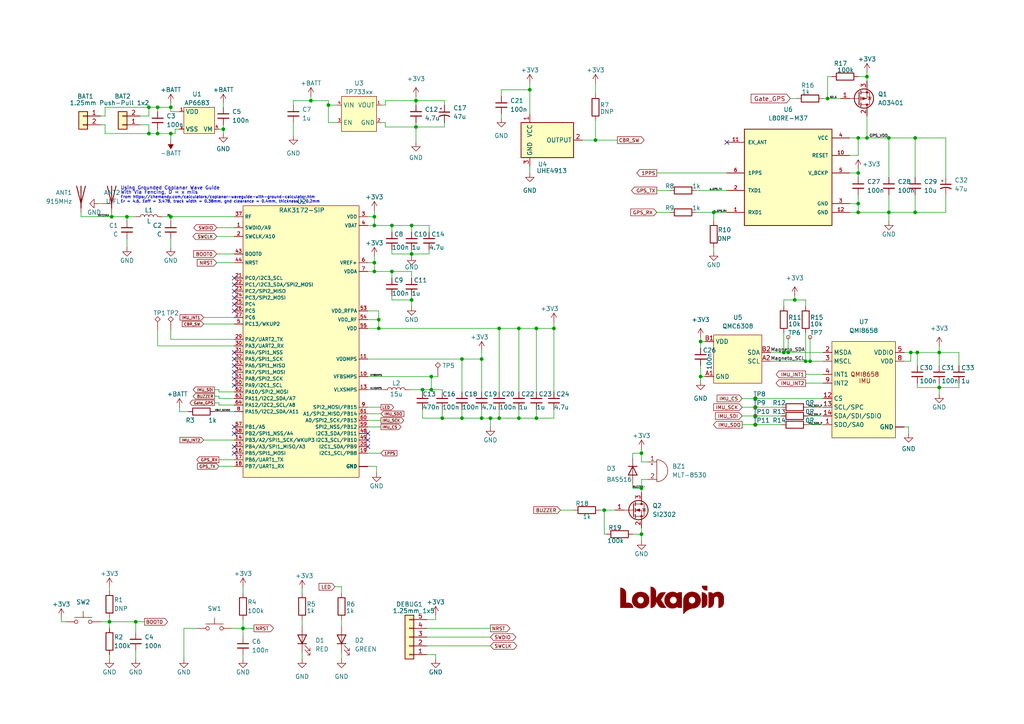
<source format=kicad_sch>
(kicad_sch (version 20211123) (generator eeschema)
  (paper "A4")
  (junction (at 31.75 180.34))
  (junction (at 155.575 95.25))
  (junction (at 266.065 102.235))
  (junction (at 139.7 104.14))
  (junction (at 120.65 36.83))
  (junction (at 265.43 61.595))
  (junction (at 150.495 95.25))
  (junction (at 95.25 30.48))
  (junction (at 240.03 28.575))
  (junction (at 248.92 59.055))
  (junction (at 219.075 120.65))
  (junction (at 160.655 95.25))
  (junction (at 32.385 62.865))
  (junction (at 119.38 73.66))
  (junction (at 233.68 104.775))
  (junction (at 119.38 65.405))
  (junction (at 186.055 154.94))
  (junction (at 113.665 78.74))
  (junction (at 122.555 113.03))
  (junction (at 43.18 31.115))
  (junction (at 219.075 118.11))
  (junction (at 119.38 86.995))
  (junction (at 45.72 31.115))
  (junction (at 125.095 113.03))
  (junction (at 109.855 92.71))
  (junction (at 39.37 180.34))
  (junction (at 49.53 62.865))
  (junction (at 108.585 78.74))
  (junction (at 43.18 38.735))
  (junction (at 155.575 121.285))
  (junction (at 203.2 109.22))
  (junction (at 272.415 112.395))
  (junction (at 251.46 40.005))
  (junction (at 153.67 26.035))
  (junction (at 257.81 40.005))
  (junction (at 248.92 50.165))
  (junction (at 133.985 104.14))
  (junction (at 150.495 121.285))
  (junction (at 113.665 65.405))
  (junction (at 36.83 62.865))
  (junction (at 227.33 102.235))
  (junction (at 64.77 37.465))
  (junction (at 186.055 141.605))
  (junction (at 108.585 65.405))
  (junction (at 219.075 123.19))
  (junction (at 264.16 102.235))
  (junction (at 133.985 121.285))
  (junction (at 144.78 95.25))
  (junction (at 139.7 121.285))
  (junction (at 172.72 40.64))
  (junction (at 234.95 104.775))
  (junction (at 207.01 61.595))
  (junction (at 175.26 147.955))
  (junction (at 265.43 40.005))
  (junction (at 219.075 115.57))
  (junction (at 45.72 38.735))
  (junction (at 203.2 99.06))
  (junction (at 108.585 76.2))
  (junction (at 70.485 182.245))
  (junction (at 142.24 121.285))
  (junction (at 144.78 121.285))
  (junction (at 272.415 102.235))
  (junction (at 228.6 102.235))
  (junction (at 90.17 29.21))
  (junction (at 257.81 61.595))
  (junction (at 108.585 62.865))
  (junction (at 230.505 86.995))
  (junction (at 186.055 131.445))
  (junction (at 49.53 31.115))
  (junction (at 248.92 61.595))
  (junction (at 248.92 40.005))
  (junction (at 120.65 29.21))
  (junction (at 49.53 38.735))
  (junction (at 125.095 109.22))
  (junction (at 251.46 22.225))
  (junction (at 128.27 121.285))
  (junction (at 109.855 95.25))
  (no_connect (at 67.945 80.645))
  (no_connect (at 67.945 82.55))
  (no_connect (at 106.68 129.54))
  (no_connect (at 210.82 41.275))
  (no_connect (at 67.945 88.265))
  (no_connect (at 67.945 86.36))
  (no_connect (at 67.945 84.455))
  (no_connect (at 67.945 123.825))
  (no_connect (at 67.945 90.17))
  (no_connect (at 67.945 111.76))
  (no_connect (at 67.945 109.855))
  (no_connect (at 67.945 107.95))
  (no_connect (at 67.945 106.045))
  (no_connect (at 67.945 104.14))
  (no_connect (at 67.945 102.235))
  (no_connect (at 106.68 125.73))
  (no_connect (at 106.68 127.635))
  (no_connect (at 67.945 129.54))
  (no_connect (at 67.945 131.445))
  (no_connect (at 67.945 125.73))
  (wire (pts (xy 85.09 35.56) (xy 85.09 39.37)))
  (wire (pts (xy 49.53 38.735) (xy 49.53 40.64)))
  (wire (pts (xy 150.495 113.665) (xy 150.495 95.25)))
  (wire (pts (xy 262.255 104.775) (xy 264.16 104.775)))
  (wire (pts (xy 45.72 32.385) (xy 45.72 31.115)))
  (wire (pts (xy 139.7 118.745) (xy 139.7 121.285)))
  (wire (pts (xy 119.38 73.66) (xy 124.46 73.66)))
  (wire (pts (xy 227.33 86.995) (xy 227.33 88.9)))
  (wire (pts (xy 70.485 182.245) (xy 73.66 182.245)))
  (wire (pts (xy 59.055 93.98) (xy 67.945 93.98)))
  (wire (pts (xy 99.06 189.23) (xy 99.06 191.135)))
  (wire (pts (xy 99.06 170.18) (xy 99.06 172.085)))
  (wire (pts (xy 30.48 38.735) (xy 43.18 38.735)))
  (wire (pts (xy 30.48 33.655) (xy 30.48 31.115)))
  (wire (pts (xy 257.81 51.435) (xy 257.81 40.005)))
  (wire (pts (xy 106.68 109.22) (xy 125.095 109.22)))
  (wire (pts (xy 233.68 86.995) (xy 230.505 86.995)))
  (wire (pts (xy 119.38 73.66) (xy 119.38 74.295)))
  (wire (pts (xy 111.76 35.56) (xy 111.76 36.83)))
  (wire (pts (xy 155.575 113.665) (xy 155.575 95.25)))
  (wire (pts (xy 223.52 102.235) (xy 227.33 102.235)))
  (wire (pts (xy 262.255 102.235) (xy 264.16 102.235)))
  (wire (pts (xy 155.575 118.745) (xy 155.575 121.285)))
  (wire (pts (xy 133.985 104.14) (xy 106.68 104.14)))
  (wire (pts (xy 257.81 61.595) (xy 265.43 61.595)))
  (wire (pts (xy 119.38 78.74) (xy 113.665 78.74)))
  (wire (pts (xy 266.065 102.235) (xy 272.415 102.235)))
  (wire (pts (xy 95.25 35.56) (xy 95.25 30.48)))
  (wire (pts (xy 109.22 135.255) (xy 109.22 137.16)))
  (wire (pts (xy 160.655 95.25) (xy 155.575 95.25)))
  (wire (pts (xy 106.68 92.71) (xy 109.855 92.71)))
  (wire (pts (xy 155.575 121.285) (xy 150.495 121.285)))
  (wire (pts (xy 108.585 60.96) (xy 108.585 62.865)))
  (wire (pts (xy 126.365 179.705) (xy 126.365 178.435)))
  (wire (pts (xy 31.75 180.34) (xy 31.75 182.245)))
  (wire (pts (xy 119.38 86.995) (xy 119.38 88.9)))
  (wire (pts (xy 246.38 50.165) (xy 248.92 50.165)))
  (wire (pts (xy 45.72 38.735) (xy 43.18 38.735)))
  (wire (pts (xy 126.365 191.135) (xy 126.365 189.865)))
  (wire (pts (xy 139.7 101.6) (xy 139.7 104.14)))
  (wire (pts (xy 49.53 69.215) (xy 49.53 71.755)))
  (wire (pts (xy 257.81 56.515) (xy 257.81 61.595)))
  (wire (pts (xy 124.46 72.39) (xy 124.46 73.66)))
  (wire (pts (xy 248.92 59.055) (xy 248.92 61.595)))
  (wire (pts (xy 238.76 28.575) (xy 240.03 28.575)))
  (wire (pts (xy 248.92 22.225) (xy 251.46 22.225)))
  (wire (pts (xy 113.665 65.405) (xy 108.585 65.405)))
  (wire (pts (xy 172.72 24.13) (xy 172.72 27.305)))
  (wire (pts (xy 187.96 133.985) (xy 186.055 133.985)))
  (wire (pts (xy 248.92 50.165) (xy 248.92 51.435)))
  (wire (pts (xy 62.865 76.2) (xy 67.945 76.2)))
  (wire (pts (xy 120.65 36.83) (xy 120.65 41.275)))
  (wire (pts (xy 62.23 114.935) (xy 63.5 114.935)))
  (wire (pts (xy 125.095 109.22) (xy 125.095 113.03)))
  (wire (pts (xy 30.48 36.195) (xy 30.48 38.735)))
  (wire (pts (xy 207.01 61.595) (xy 207.01 64.135)))
  (wire (pts (xy 49.53 62.865) (xy 46.99 62.865)))
  (wire (pts (xy 122.555 113.03) (xy 122.555 113.665)))
  (wire (pts (xy 52.07 119.38) (xy 54.61 119.38)))
  (wire (pts (xy 162.56 147.955) (xy 166.37 147.955)))
  (wire (pts (xy 49.53 64.135) (xy 49.53 62.865)))
  (wire (pts (xy 278.13 111.125) (xy 278.13 112.395)))
  (wire (pts (xy 95.25 29.21) (xy 90.17 29.21)))
  (wire (pts (xy 106.68 123.825) (xy 110.49 123.825)))
  (wire (pts (xy 111.76 36.83) (xy 120.65 36.83)))
  (wire (pts (xy 31.75 180.34) (xy 39.37 180.34)))
  (wire (pts (xy 97.79 30.48) (xy 95.25 30.48)))
  (wire (pts (xy 113.665 73.66) (xy 119.38 73.66)))
  (wire (pts (xy 150.495 118.745) (xy 150.495 121.285)))
  (wire (pts (xy 186.055 154.94) (xy 186.055 156.845)))
  (wire (pts (xy 52.07 37.465) (xy 50.8 37.465)))
  (wire (pts (xy 145.415 26.035) (xy 153.67 26.035)))
  (wire (pts (xy 52.07 32.385) (xy 49.53 32.385)))
  (wire (pts (xy 106.68 121.92) (xy 110.49 121.92)))
  (wire (pts (xy 50.8 38.735) (xy 49.53 38.735)))
  (wire (pts (xy 17.78 179.07) (xy 17.78 180.34)))
  (wire (pts (xy 45.72 95.885) (xy 45.72 100.33)))
  (wire (pts (xy 39.37 62.865) (xy 36.83 62.865)))
  (wire (pts (xy 106.68 76.2) (xy 108.585 76.2)))
  (wire (pts (xy 29.21 180.34) (xy 31.75 180.34)))
  (wire (pts (xy 160.655 121.285) (xy 155.575 121.285)))
  (wire (pts (xy 120.65 29.21) (xy 128.905 29.21)))
  (wire (pts (xy 111.76 29.21) (xy 120.65 29.21)))
  (wire (pts (xy 45.72 31.115) (xy 49.53 31.115)))
  (wire (pts (xy 186.055 130.175) (xy 186.055 131.445)))
  (wire (pts (xy 123.825 189.865) (xy 126.365 189.865)))
  (wire (pts (xy 128.27 118.745) (xy 128.27 121.285)))
  (wire (pts (xy 251.46 40.005) (xy 257.81 40.005)))
  (wire (pts (xy 233.68 108.585) (xy 238.76 108.585)))
  (wire (pts (xy 97.79 35.56) (xy 95.25 35.56)))
  (wire (pts (xy 32.385 62.865) (xy 23.495 62.865)))
  (wire (pts (xy 113.665 86.995) (xy 113.665 85.725)))
  (wire (pts (xy 110.49 30.48) (xy 111.76 30.48)))
  (wire (pts (xy 50.8 37.465) (xy 50.8 38.735)))
  (wire (pts (xy 262.255 123.825) (xy 263.525 123.825)))
  (wire (pts (xy 183.515 154.94) (xy 186.055 154.94)))
  (wire (pts (xy 142.24 121.285) (xy 144.78 121.285)))
  (wire (pts (xy 31.75 179.07) (xy 31.75 180.34)))
  (wire (pts (xy 39.37 180.34) (xy 39.37 183.515)))
  (wire (pts (xy 233.68 111.125) (xy 238.76 111.125)))
  (wire (pts (xy 109.855 95.25) (xy 106.68 95.25)))
  (wire (pts (xy 111.76 30.48) (xy 111.76 29.21)))
  (wire (pts (xy 233.68 104.775) (xy 234.95 104.775)))
  (wire (pts (xy 123.825 179.705) (xy 126.365 179.705)))
  (wire (pts (xy 124.46 67.31) (xy 124.46 65.405)))
  (wire (pts (xy 119.38 67.31) (xy 119.38 65.405)))
  (wire (pts (xy 251.46 33.655) (xy 251.46 40.005)))
  (wire (pts (xy 49.53 38.735) (xy 45.72 38.735)))
  (wire (pts (xy 150.495 95.25) (xy 144.78 95.25)))
  (wire (pts (xy 234.95 104.775) (xy 238.76 104.775)))
  (wire (pts (xy 113.665 67.31) (xy 113.665 65.405)))
  (wire (pts (xy 183.515 132.715) (xy 183.515 131.445)))
  (wire (pts (xy 97.155 170.18) (xy 99.06 170.18)))
  (wire (pts (xy 144.78 95.25) (xy 109.855 95.25)))
  (wire (pts (xy 263.525 123.825) (xy 263.525 125.73)))
  (wire (pts (xy 144.78 113.665) (xy 144.78 95.25)))
  (wire (pts (xy 90.17 29.21) (xy 85.09 29.21)))
  (wire (pts (xy 240.03 22.225) (xy 241.3 22.225)))
  (wire (pts (xy 118.745 113.03) (xy 122.555 113.03)))
  (wire (pts (xy 272.415 112.395) (xy 272.415 111.125)))
  (wire (pts (xy 145.415 33.02) (xy 145.415 34.29)))
  (wire (pts (xy 248.92 45.085) (xy 248.92 40.005)))
  (wire (pts (xy 240.03 28.575) (xy 243.84 28.575)))
  (wire (pts (xy 234.315 118.11) (xy 238.76 118.11)))
  (wire (pts (xy 183.515 140.335) (xy 183.515 141.605)))
  (wire (pts (xy 119.38 65.405) (xy 124.46 65.405)))
  (wire (pts (xy 183.515 131.445) (xy 186.055 131.445)))
  (wire (pts (xy 39.37 180.34) (xy 41.91 180.34)))
  (wire (pts (xy 264.16 104.775) (xy 264.16 102.235)))
  (wire (pts (xy 274.32 51.435) (xy 274.32 40.005)))
  (wire (pts (xy 113.665 73.66) (xy 113.665 72.39)))
  (wire (pts (xy 128.905 35.56) (xy 128.905 36.83)))
  (wire (pts (xy 139.7 113.665) (xy 139.7 104.14)))
  (wire (pts (xy 125.095 109.22) (xy 127 109.22)))
  (wire (pts (xy 128.27 121.285) (xy 133.985 121.285)))
  (wire (pts (xy 106.68 118.11) (xy 110.49 118.11)))
  (wire (pts (xy 215.265 123.19) (xy 219.075 123.19)))
  (wire (pts (xy 265.43 51.435) (xy 265.43 40.005)))
  (wire (pts (xy 123.825 182.245) (xy 142.24 182.245)))
  (wire (pts (xy 87.63 170.815) (xy 87.63 172.085)))
  (wire (pts (xy 233.68 96.52) (xy 233.68 104.775)))
  (wire (pts (xy 63.5 114.935) (xy 63.5 115.57)))
  (wire (pts (xy 203.2 106.045) (xy 203.2 109.22)))
  (wire (pts (xy 248.92 40.005) (xy 251.46 40.005)))
  (wire (pts (xy 219.075 123.19) (xy 226.695 123.19)))
  (wire (pts (xy 70.485 170.18) (xy 70.485 172.085)))
  (wire (pts (xy 63.5 116.84) (xy 63.5 117.475)))
  (wire (pts (xy 63.5 113.03) (xy 62.23 113.03)))
  (wire (pts (xy 64.77 37.465) (xy 64.77 38.735)))
  (wire (pts (xy 63.5 37.465) (xy 64.77 37.465)))
  (wire (pts (xy 190.5 61.595) (xy 194.31 61.595)))
  (wire (pts (xy 106.68 120.015) (xy 110.49 120.015)))
  (wire (pts (xy 265.43 40.005) (xy 257.81 40.005)))
  (wire (pts (xy 122.555 121.285) (xy 128.27 121.285)))
  (wire (pts (xy 45.72 100.33) (xy 67.945 100.33)))
  (wire (pts (xy 108.585 76.2) (xy 108.585 78.74)))
  (wire (pts (xy 183.515 141.605) (xy 186.055 141.605)))
  (wire (pts (xy 113.665 80.645) (xy 113.665 78.74)))
  (wire (pts (xy 106.68 135.255) (xy 109.22 135.255)))
  (wire (pts (xy 31.75 189.865) (xy 31.75 191.135)))
  (wire (pts (xy 43.18 38.735) (xy 43.18 36.195)))
  (wire (pts (xy 153.67 48.26) (xy 153.67 50.165)))
  (wire (pts (xy 264.16 102.235) (xy 266.065 102.235)))
  (wire (pts (xy 272.415 102.235) (xy 278.13 102.235)))
  (wire (pts (xy 57.15 182.245) (xy 53.34 182.245)))
  (wire (pts (xy 230.505 86.995) (xy 227.33 86.995)))
  (wire (pts (xy 234.95 97.79) (xy 234.95 104.775)))
  (wire (pts (xy 133.985 121.285) (xy 133.985 118.745)))
  (wire (pts (xy 215.265 115.57) (xy 219.075 115.57)))
  (wire (pts (xy 63.5 135.255) (xy 67.945 135.255)))
  (wire (pts (xy 153.67 24.13) (xy 153.67 26.035)))
  (wire (pts (xy 63.5 113.665) (xy 63.5 113.03)))
  (wire (pts (xy 39.37 188.595) (xy 39.37 191.135)))
  (wire (pts (xy 120.65 35.56) (xy 120.65 36.83)))
  (wire (pts (xy 172.72 34.925) (xy 172.72 40.64)))
  (wire (pts (xy 175.895 154.94) (xy 175.26 154.94)))
  (wire (pts (xy 63.5 133.35) (xy 67.945 133.35)))
  (wire (pts (xy 230.505 85.725) (xy 230.505 86.995)))
  (wire (pts (xy 175.26 154.94) (xy 175.26 147.955)))
  (wire (pts (xy 120.65 29.21) (xy 120.65 30.48)))
  (wire (pts (xy 62.865 68.58) (xy 67.945 68.58)))
  (wire (pts (xy 203.2 109.22) (xy 203.2 110.49)))
  (wire (pts (xy 160.655 118.745) (xy 160.655 121.285)))
  (wire (pts (xy 274.32 40.005) (xy 265.43 40.005)))
  (wire (pts (xy 257.81 61.595) (xy 257.81 64.135)))
  (wire (pts (xy 36.83 62.865) (xy 36.83 64.135)))
  (wire (pts (xy 108.585 78.74) (xy 106.68 78.74)))
  (wire (pts (xy 227.33 102.235) (xy 228.6 102.235)))
  (wire (pts (xy 203.2 99.06) (xy 203.2 100.965)))
  (wire (pts (xy 265.43 56.515) (xy 265.43 61.595)))
  (wire (pts (xy 110.49 35.56) (xy 111.76 35.56)))
  (wire (pts (xy 266.065 102.235) (xy 266.065 106.045)))
  (wire (pts (xy 139.7 121.285) (xy 142.24 121.285)))
  (wire (pts (xy 87.63 179.705) (xy 87.63 181.61)))
  (wire (pts (xy 85.09 29.21) (xy 85.09 30.48)))
  (wire (pts (xy 67.31 182.245) (xy 70.485 182.245)))
  (wire (pts (xy 248.92 56.515) (xy 248.92 59.055)))
  (wire (pts (xy 32.385 61.595) (xy 32.385 62.865)))
  (wire (pts (xy 233.68 88.9) (xy 233.68 86.995)))
  (wire (pts (xy 246.38 61.595) (xy 248.92 61.595)))
  (wire (pts (xy 108.585 65.405) (xy 106.68 65.405)))
  (wire (pts (xy 204.47 109.22) (xy 203.2 109.22)))
  (wire (pts (xy 272.415 100.33) (xy 272.415 102.235)))
  (wire (pts (xy 62.23 119.38) (xy 67.945 119.38)))
  (wire (pts (xy 120.65 27.94) (xy 120.65 29.21)))
  (wire (pts (xy 36.83 69.215) (xy 36.83 71.755)))
  (wire (pts (xy 109.855 90.17) (xy 109.855 92.71)))
  (wire (pts (xy 53.34 182.245) (xy 53.34 191.135)))
  (wire (pts (xy 248.92 48.895) (xy 248.92 50.165)))
  (wire (pts (xy 246.38 59.055) (xy 248.92 59.055)))
  (wire (pts (xy 204.47 99.06) (xy 203.2 99.06)))
  (wire (pts (xy 278.13 106.045) (xy 278.13 102.235)))
  (wire (pts (xy 63.5 117.475) (xy 67.945 117.475)))
  (wire (pts (xy 62.865 66.04) (xy 67.945 66.04)))
  (wire (pts (xy 229.235 28.575) (xy 231.14 28.575)))
  (wire (pts (xy 251.46 20.955) (xy 251.46 22.225)))
  (wire (pts (xy 160.655 113.665) (xy 160.655 95.25)))
  (wire (pts (xy 67.945 113.665) (xy 63.5 113.665)))
  (wire (pts (xy 142.24 121.285) (xy 142.24 123.825)))
  (wire (pts (xy 240.03 28.575) (xy 240.03 22.225)))
  (wire (pts (xy 49.53 31.115) (xy 49.53 32.385)))
  (wire (pts (xy 90.17 27.94) (xy 90.17 29.21)))
  (wire (pts (xy 219.075 120.65) (xy 226.695 120.65)))
  (wire (pts (xy 207.01 71.755) (xy 207.01 73.025)))
  (wire (pts (xy 274.32 56.515) (xy 274.32 61.595)))
  (wire (pts (xy 219.075 118.11) (xy 226.695 118.11)))
  (wire (pts (xy 70.485 182.245) (xy 70.485 184.785)))
  (wire (pts (xy 190.5 55.245) (xy 194.31 55.245)))
  (wire (pts (xy 123.825 187.325) (xy 142.24 187.325)))
  (wire (pts (xy 201.93 55.245) (xy 210.82 55.245)))
  (wire (pts (xy 23.495 61.595) (xy 23.495 62.865)))
  (wire (pts (xy 52.07 119.38) (xy 52.07 118.11)))
  (wire (pts (xy 106.68 90.17) (xy 109.855 90.17)))
  (wire (pts (xy 246.38 40.005) (xy 248.92 40.005)))
  (wire (pts (xy 40.64 33.655) (xy 43.18 33.655)))
  (wire (pts (xy 30.48 31.115) (xy 43.18 31.115)))
  (wire (pts (xy 122.555 118.745) (xy 122.555 121.285)))
  (wire (pts (xy 272.415 112.395) (xy 278.13 112.395)))
  (wire (pts (xy 108.585 62.865) (xy 108.585 65.405)))
  (wire (pts (xy 248.92 61.595) (xy 257.81 61.595)))
  (wire (pts (xy 201.93 61.595) (xy 207.01 61.595)))
  (wire (pts (xy 119.38 85.725) (xy 119.38 86.995)))
  (wire (pts (xy 190.5 50.165) (xy 210.82 50.165)))
  (wire (pts (xy 43.18 33.655) (xy 43.18 31.115)))
  (wire (pts (xy 153.67 26.035) (xy 153.67 33.02)))
  (wire (pts (xy 272.415 112.395) (xy 272.415 114.3)))
  (wire (pts (xy 215.265 120.65) (xy 219.075 120.65)))
  (wire (pts (xy 186.055 139.065) (xy 187.96 139.065)))
  (wire (pts (xy 87.63 189.23) (xy 87.63 191.135)))
  (wire (pts (xy 186.055 142.875) (xy 186.055 141.605)))
  (wire (pts (xy 40.64 36.195) (xy 43.18 36.195)))
  (wire (pts (xy 160.655 93.345) (xy 160.655 95.25)))
  (wire (pts (xy 59.055 127.635) (xy 67.945 127.635)))
  (wire (pts (xy 223.52 104.775) (xy 233.68 104.775)))
  (wire (pts (xy 272.415 106.045) (xy 272.415 102.235)))
  (wire (pts (xy 106.68 62.865) (xy 108.585 62.865)))
  (wire (pts (xy 49.53 98.425) (xy 49.53 95.885)))
  (wire (pts (xy 64.77 29.845) (xy 64.77 31.115)))
  (wire (pts (xy 113.665 86.995) (xy 119.38 86.995)))
  (wire (pts (xy 36.83 62.865) (xy 32.385 62.865)))
  (wire (pts (xy 113.665 78.74) (xy 108.585 78.74)))
  (wire (pts (xy 150.495 121.285) (xy 144.78 121.285)))
  (wire (pts (xy 64.77 36.195) (xy 64.77 37.465)))
  (wire (pts (xy 119.38 80.645) (xy 119.38 78.74)))
  (wire (pts (xy 203.2 99.06) (xy 203.2 97.79)))
  (wire (pts (xy 251.46 22.225) (xy 251.46 23.495)))
  (wire (pts (xy 145.415 26.035) (xy 145.415 27.94)))
  (wire (pts (xy 128.905 30.48) (xy 128.905 29.21)))
  (wire (pts (xy 19.05 180.34) (xy 17.78 180.34)))
  (wire (pts (xy 172.72 40.64) (xy 179.07 40.64)))
  (wire (pts (xy 125.095 113.03) (xy 128.27 113.03)))
  (wire (pts (xy 228.6 102.235) (xy 238.76 102.235)))
  (wire (pts (xy 119.38 65.405) (xy 113.665 65.405)))
  (wire (pts (xy 128.27 113.665) (xy 128.27 113.03)))
  (wire (pts (xy 99.06 179.705) (xy 99.06 181.61)))
  (wire (pts (xy 95.25 30.48) (xy 95.25 29.21)))
  (wire (pts (xy 227.33 96.52) (xy 227.33 102.235)))
  (wire (pts (xy 266.065 112.395) (xy 272.415 112.395)))
  (wire (pts (xy 106.68 131.445) (xy 110.49 131.445)))
  (wire (pts (xy 67.945 98.425) (xy 49.53 98.425)))
  (wire (pts (xy 109.855 92.71) (xy 109.855 95.25)))
  (wire (pts (xy 70.485 179.705) (xy 70.485 182.245)))
  (wire (pts (xy 219.075 115.57) (xy 238.76 115.57)))
  (wire (pts (xy 186.055 153.035) (xy 186.055 154.94)))
  (wire (pts (xy 274.32 61.595) (xy 265.43 61.595)))
  (wire (pts (xy 59.055 92.075) (xy 67.945 92.075)))
  (wire (pts (xy 43.18 31.115) (xy 45.72 31.115)))
  (wire (pts (xy 133.985 121.285) (xy 139.7 121.285)))
  (wire (pts (xy 106.68 113.03) (xy 111.125 113.03)))
  (wire (pts (xy 246.38 45.085) (xy 248.92 45.085)))
  (wire (pts (xy 168.91 40.64) (xy 172.72 40.64)))
  (wire (pts (xy 186.055 133.985) (xy 186.055 131.445)))
  (wire (pts (xy 63.5 115.57) (xy 67.945 115.57)))
  (wire (pts (xy 49.53 29.845) (xy 49.53 31.115)))
  (wire (pts (xy 186.055 141.605) (xy 186.055 139.065)))
  (wire (pts (xy 29.21 33.655) (xy 30.48 33.655)))
  (wire (pts (xy 133.985 113.665) (xy 133.985 104.14)))
  (wire (pts (xy 108.585 74.295) (xy 108.585 76.2)))
  (wire (pts (xy 155.575 95.25) (xy 150.495 95.25)))
  (wire (pts (xy 266.065 111.125) (xy 266.065 112.395)))
  (wire (pts (xy 144.78 118.745) (xy 144.78 121.285)))
  (wire (pts (xy 234.315 120.65) (xy 238.76 120.65)))
  (wire (pts (xy 175.26 147.955) (xy 178.435 147.955)))
  (wire (pts (xy 29.21 36.195) (xy 30.48 36.195)))
  (wire (pts (xy 207.01 61.595) (xy 210.82 61.595)))
  (wire (pts (xy 234.315 123.19) (xy 238.76 123.19)))
  (wire (pts (xy 228.6 97.79) (xy 228.6 102.235)))
  (wire (pts (xy 122.555 113.03) (xy 125.095 113.03)))
  (wire (pts (xy 31.75 170.18) (xy 31.75 171.45)))
  (wire (pts (xy 62.23 116.84) (xy 63.5 116.84)))
  (wire (pts (xy 62.865 73.66) (xy 67.945 73.66)))
  (wire (pts (xy 120.65 36.83) (xy 128.905 36.83)))
  (wire (pts (xy 173.99 147.955) (xy 175.26 147.955)))
  (wire (pts (xy 45.72 37.465) (xy 45.72 38.735)))
  (wire (pts (xy 139.7 104.14) (xy 133.985 104.14)))
  (wire (pts (xy 70.485 189.865) (xy 70.485 191.135)))
  (wire (pts (xy 49.53 62.865) (xy 67.945 62.865)))
  (wire (pts (xy 123.825 184.785) (xy 142.24 184.785)))
  (wire (pts (xy 28.575 59.055) (xy 29.845 59.055)))
  (wire (pts (xy 119.38 72.39) (xy 119.38 73.66)))
  (wire (pts (xy 215.265 118.11) (xy 219.075 118.11)))
  (text "From https://chemandy.com/calculators/coplanar-waveguide-with-ground-calculator.htm\nEr = 4.6, Eeff = 3.478, track width = 0.38mm, gnd clearance = 0.4mm, thickness = 0.2mm" (at 34.925 59.055 0) (effects (font (size 0.8 0.8)) (justify left bottom)))
  (text "Using Grounded Coplanar Wave Guide" (at 34.925 55.245 0) (effects (font (size 1 1)) (justify left bottom)))
  (text "With Via Fencing, D = x mils" (at 34.925 56.515 0) (effects (font (size 1 1)) (justify left bottom)))
  (label "VLXSMPS" (at 107.315 113.03 0) (effects (font (size 0.5 0.5))))
  (label "IMU_SDO_P" (at 234.315 123.19 0) (effects (font (size 0.5 0.5))))
  (label "p_GPS_RX" (at 207.01 61.595 0) (effects (font (size 0.5 0.5))))
  (label "BUZZER-" (at 183.515 141.605 0) (effects (font (size 0.5 0.5))))
  (label "VFBSMPS" (at 107.315 109.22 0) (effects (font (size 0.5 0.5))))
  (label "VBAT_SENSE" (at 62.23 119.38 0) (effects (font (size 0.5 0.5))))
  (label "RF" (at 49.53 62.865 180) (effects (font (size 0.5 0.5))))
  (label "Magneto_SCL" (at 223.52 104.775 0) (effects (font (size 1 1))))
  (label "IMU_SCK_P" (at 234.315 118.11 0) (effects (font (size 0.5 0.5))))
  (label "GPS_VDD" (at 252.095 40.005 0) (effects (font (size 0.8 0.8))))
  (label "Q2_G" (at 240.665 28.575 0) (effects (font (size 0.5 0.5))))
  (label "Magneto_SDA" (at 223.52 102.235 0) (effects (font (size 1 1))))
  (label "p_GPS_TX" (at 205.74 55.245 0) (effects (font (size 0.5 0.5))))
  (label "IMU_SDI_P" (at 234.315 120.65 0) (effects (font (size 0.5 0.5))))
  (label "ANTENNA" (at 31.75 62.865 180) (effects (font (size 0.5 0.5))))
  (global_label "SWCLK" (shape bidirectional) (at 142.24 187.325 0) (effects (font (size 1 1))) (property "Intersheet References" "${INTERSHEET_REFS}" (effects hide)))
  (global_label "Gate_GPS" (shape input) (at 229.235 28.575 180) (property "Intersheet References" "${INTERSHEET_REFS}" (effects hide)))
  (global_label "SWDIO" (shape bidirectional) (at 142.24 184.785 0) (effects (font (size 1 1))) (property "Intersheet References" "${INTERSHEET_REFS}" (effects hide)))
  (global_label "IMU_INT1" (shape input) (at 59.055 92.075 180) (effects (font (size 0.8 0.8))) (property "Intersheet References" "${INTERSHEET_REFS}" (effects hide)))
  (global_label "SWDIO" (shape bidirectional) (at 62.865 66.04 180) (effects (font (size 0.9 0.9))) (property "Intersheet References" "${INTERSHEET_REFS}" (effects hide)))
  (global_label "GPS_TX" (shape input) (at 63.5 135.255 180) (effects (font (size 0.85 0.85))) (property "Intersheet References" "${INTERSHEET_REFS}" (effects hide)))
  (global_label "IMU_SCK" (shape output) (at 110.49 121.92 0) (effects (font (size 0.8 0.8))) (property "Intersheet References" "${INTERSHEET_REFS}" (effects hide)))
  (global_label "IMU_INT2" (shape input) (at 59.055 127.635 180) (effects (font (size 0.8 0.8))) (property "Intersheet References" "${INTERSHEET_REFS}" (effects hide)))
  (global_label "IMU_CS" (shape output) (at 110.49 123.825 0) (effects (font (size 0.8 0.8))) (property "Intersheet References" "${INTERSHEET_REFS}" (effects hide)))
  (global_label "BOOT0" (shape output) (at 41.91 180.34 0) (effects (font (size 1 1))) (property "Intersheet References" "${INTERSHEET_REFS}" (effects hide)))
  (global_label "IMU_SDI" (shape input) (at 215.265 120.65 180) (effects (font (size 1 1))) (property "Intersheet References" "${INTERSHEET_REFS}" (effects hide)))
  (global_label "IMU_SCK" (shape input) (at 215.265 118.11 180) (effects (font (size 1 1))) (property "Intersheet References" "${INTERSHEET_REFS}" (effects hide)))
  (global_label "NRST" (shape output) (at 73.66 182.245 0) (effects (font (size 1 1))) (property "Intersheet References" "${INTERSHEET_REFS}" (effects hide)))
  (global_label "1PPS" (shape output) (at 190.5 50.165 180) (effects (font (size 1 1))) (property "Intersheet References" "${INTERSHEET_REFS}" (effects hide)))
  (global_label "IMU_CS" (shape input) (at 215.265 115.57 180) (effects (font (size 1 1))) (property "Intersheet References" "${INTERSHEET_REFS}" (effects hide)))
  (global_label "GPS_RX" (shape input) (at 190.5 61.595 180) (effects (font (size 1 1))) (property "Intersheet References" "${INTERSHEET_REFS}" (effects hide)))
  (global_label "BUZZER" (shape output) (at 62.23 114.935 180) (effects (font (size 0.8 0.8))) (property "Intersheet References" "${INTERSHEET_REFS}" (effects hide)))
  (global_label "SWCLK" (shape bidirectional) (at 62.865 68.58 180) (effects (font (size 0.9 0.9))) (property "Intersheet References" "${INTERSHEET_REFS}" (effects hide)))
  (global_label "Gate_GPS" (shape output) (at 62.23 116.84 180) (effects (font (size 0.8 0.8))) (property "Intersheet References" "${INTERSHEET_REFS}" (effects hide)))
  (global_label "IMU_SDI" (shape output) (at 62.23 113.03 180) (effects (font (size 0.8 0.8))) (property "Intersheet References" "${INTERSHEET_REFS}" (effects hide)))
  (global_label "NRST" (shape output) (at 142.24 182.245 0) (effects (font (size 1 1))) (property "Intersheet References" "${INTERSHEET_REFS}" (effects hide)))
  (global_label "IMU_INT1" (shape output) (at 233.68 108.585 180) (effects (font (size 1 1))) (property "Intersheet References" "${INTERSHEET_REFS}" (effects hide)))
  (global_label "BOOT0" (shape input) (at 62.865 73.66 180) (effects (font (size 1 1))) (property "Intersheet References" "${INTERSHEET_REFS}" (effects hide)))
  (global_label "IMU_SDO" (shape output) (at 215.265 123.19 180) (effects (font (size 1 1))) (property "Intersheet References" "${INTERSHEET_REFS}" (effects hide)))
  (global_label "GPS_RX" (shape output) (at 63.5 133.35 180) (effects (font (size 0.85 0.85))) (property "Intersheet References" "${INTERSHEET_REFS}" (effects hide)))
  (global_label "NRST" (shape input) (at 62.865 76.2 180) (effects (font (size 1 1))) (property "Intersheet References" "${INTERSHEET_REFS}" (effects hide)))
  (global_label "LED" (shape input) (at 97.155 170.18 180) (effects (font (size 1 1))) (property "Intersheet References" "${INTERSHEET_REFS}" (effects hide)))
  (global_label "CBR_SW" (shape input) (at 59.055 93.98 180) (effects (font (size 0.8 0.8))) (property "Intersheet References" "${INTERSHEET_REFS}" (effects hide)))
  (global_label "CBR_SW" (shape output) (at 179.07 40.64 0) (effects (font (size 1 1))) (property "Intersheet References" "${INTERSHEET_REFS}" (effects hide)))
  (global_label "LED" (shape output) (at 110.49 118.11 0) (effects (font (size 0.8 0.8))) (property "Intersheet References" "${INTERSHEET_REFS}" (effects hide)))
  (global_label "IMU_INT2" (shape output) (at 233.68 111.125 180) (effects (font (size 1 1))) (property "Intersheet References" "${INTERSHEET_REFS}" (effects hide)))
  (global_label "BUZZER" (shape input) (at 162.56 147.955 180) (effects (font (size 1 1))) (property "Intersheet References" "${INTERSHEET_REFS}" (effects hide)))
  (global_label "GPS_TX" (shape output) (at 190.5 55.245 180) (effects (font (size 1 1))) (property "Intersheet References" "${INTERSHEET_REFS}" (effects hide)))
  (global_label "1PPS" (shape input) (at 110.49 131.445 0) (effects (font (size 0.8 0.8))) (property "Intersheet References" "${INTERSHEET_REFS}" (effects hide)))
  (global_label "IMU_SDO" (shape input) (at 110.49 120.015 0) (effects (font (size 0.8 0.8))) (property "Intersheet References" "${INTERSHEET_REFS}" (effects hide)))
  (symbol (lib_id "Device:R") (at 198.12 61.595 90) (unit 1)
    (property "Reference" "R9" (at 195.58 60.325 90) (effects (justify left)))
    (property "Value" "1k" (at 203.2 60.325 90) (effects (justify left)))
    (property "Footprint" "Resistor_SMD:R_0402_1005Metric" (effects hide))
  )
  (symbol (lib_id "Ai-Thinker RA-08:C") (at 120.65 33.02 0) (unit 1)
    (property "Reference" "C12" (at 123.19 31.7499 0) (effects (justify left)))
    (property "Value" "4.7u" (at 123.19 34.2899 0) (effects (justify left)))
    (property "Footprint" "Capacitor_SMD:C_0402_1005Metric" (effects hide))
    (property "Datasheet" "https://www.lcsc.com/product-detail/Multilayer-Ceramic-Capacitors-MLCC-SMD-SMT_Samsung-Electro-Mechanics-CL05A475MQ5NRNC_C307423.html" (effects hide))
  )
  (symbol (lib_id "Ai-Thinker RA-08:C") (at 70.485 187.325 0) (unit 1)
    (property "Reference" "C6" (at 73.025 186.0549 0) (effects (justify left)))
    (property "Value" "100n" (at 73.025 188.5949 0) (effects (justify left)))
    (property "Footprint" "Capacitor_SMD:C_0402_1005Metric" (effects hide))
    (property "Datasheet" "https://www.lcsc.com/product-detail/Multilayer-Ceramic-Capacitors-MLCC-SMD-SMT_YAGEO-CC0402KRX7R5BB104_C541406.html" (effects hide))
  )
  (symbol (lib_id "Device:Buzzer") (at 190.5 136.525 0) (unit 1)
    (property "Reference" "BZ1" (at 194.945 135.2549 0) (effects (justify left)))
    (property "Value" "MLT-8530" (at 194.945 137.7949 0) (effects (justify left)))
    (property "Footprint" "LokapinLib:MagneticBuzzer_8530_SMD" (effects hide))
    (property "Datasheet" "https://www.lcsc.com/product-detail/Buzzers_Jiangsu-Huaneng-Elec-MLT-8530_C94599.html" (effects hide))
  )
  (symbol (lib_id "Ai-Thinker RA-08:C") (at 266.065 108.585 0) (unit 1)
    (property "Reference" "C30" (at 266.7 106.68 0) (effects (justify left)))
    (property "Value" "100n" (at 266.7 110.49 0) (effects (justify left)))
    (property "Footprint" "Capacitor_SMD:C_0402_1005Metric" (effects hide))
    (property "Datasheet" "https://www.lcsc.com/product-detail/Multilayer-Ceramic-Capacitors-MLCC-SMD-SMT_YAGEO-CC0402KRX7R5BB104_C541406.html" (effects hide))
  )
  (symbol (lib_id "Ai-Thinker RA-08:C") (at 265.43 53.975 0) (unit 1)
    (property "Reference" "C29" (at 267.97 52.7049 0) (effects (justify left)))
    (property "Value" "10u" (at 267.97 55.2449 0) (effects (justify left)))
    (property "Footprint" "Capacitor_SMD:C_0402_1005Metric" (effects hide))
    (property "Datasheet" "https://www.lcsc.com/product-detail/Multilayer-Ceramic-Capacitors-MLCC-SMD-SMT_Samsung-Electro-Mechanics-CL05A106MQ5NUNC_C15525.html" (effects hide))
  )
  (symbol (lib_id "power:GND") (at 39.37 191.135 0) (unit 1)
    (property "Reference" "#PWR05" (effects hide))
    (property "Value" "GND" (at 39.37 194.945 0))
  )
  (symbol (lib_id "Ai-Thinker RA-08:C") (at 139.7 116.205 0) (unit 1)
    (property "Reference" "C19" (at 140.335 114.3 0) (effects (justify left)))
    (property "Value" "4.7u" (at 139.7 118.11 0) (effects (justify left)))
    (property "Footprint" "Capacitor_SMD:C_0402_1005Metric" (effects hide))
  )
  (symbol (lib_id "power:GND") (at 64.77 38.735 0) (unit 1)
    (property "Reference" "#PWR012" (effects hide))
    (property "Value" "GND" (at 64.77 43.18 0))
  )
  (symbol (lib_id "Ai-Thinker RA-08:C") (at 278.13 108.585 0) (unit 1)
    (property "Reference" "C33" (at 278.765 106.68 0) (effects (justify left)))
    (property "Value" "1u" (at 278.765 110.49 0) (effects (justify left)))
    (property "Footprint" "Capacitor_SMD:C_0402_1005Metric" (effects hide))
    (property "Datasheet" "https://www.lcsc.com/product-detail/Multilayer-Ceramic-Capacitors-MLCC-SMD-SMT_Murata-Electronics-GRM155R60J105KE19D_C15684.html" (effects hide))
  )
  (symbol (lib_id "Device:R") (at 227.33 92.71 0) (unit 1)
    (property "Reference" "R11" (at 228.6 92.075 0) (effects (justify left)))
    (property "Value" "10k" (at 228.6 93.98 0) (effects (justify left)))
    (property "Footprint" "Resistor_SMD:R_0402_1005Metric" (effects hide))
  )
  (symbol (lib_id "power:GND") (at 120.65 41.275 0) (unit 1)
    (property "Reference" "#PWR026" (effects hide))
    (property "Value" "GND" (at 120.65 45.72 0))
  )
  (symbol (lib_id "Device:R") (at 198.12 55.245 90) (unit 1)
    (property "Reference" "R8" (at 195.58 53.975 90) (effects (justify left)))
    (property "Value" "1k" (at 203.2 53.975 90) (effects (justify left)))
    (property "Footprint" "Resistor_SMD:R_0402_1005Metric" (effects hide))
  )
  (symbol (lib_id "power:+BATT") (at 52.07 118.11 0) (unit 1)
    (property "Reference" "#PWR09" (effects hide))
    (property "Value" "+BATT" (at 51.435 114.3 0))
  )
  (symbol (lib_id "Ai-Thinker RA-08:C") (at 119.38 83.185 0) (unit 1)
    (property "Reference" "C11" (at 120.015 81.28 0) (effects (justify left)))
    (property "Value" "1u" (at 119.38 85.09 0) (effects (justify left)))
    (property "Footprint" "Capacitor_SMD:C_0402_1005Metric" (effects hide))
  )
  (symbol (lib_id "power:GND") (at 70.485 191.135 0) (unit 1)
    (property "Reference" "#PWR014" (effects hide))
    (property "Value" "GND" (at 70.485 194.945 0))
  )
  (symbol (lib_id "Device:L") (at 114.935 113.03 90) (unit 1)
    (property "Reference" "L2" (at 114.935 111.125 90))
    (property "Value" "15u" (at 114.935 114.3 90))
    (property "Footprint" "Inductor_SMD:L_0805_2012Metric" (effects hide))
    (property "Datasheet" "https://www.lcsc.com/product-detail/Inductors-SMD_microgate-MGFL2012F150MT-LF_C486333.html" (effects hide))
  )
  (symbol (lib_id "Device:R") (at 230.505 118.11 90) (unit 1)
    (property "Reference" "R12" (at 227.965 116.84 90) (effects (justify left)))
    (property "Value" "0R" (at 236.22 116.84 90) (effects (justify left)))
    (property "Footprint" "Resistor_SMD:R_0402_1005Metric" (effects hide))
  )
  (symbol (lib_id "Ai-Thinker RA-08:C") (at 124.46 69.85 0) (unit 1)
    (property "Reference" "C14" (at 125.095 67.945 0) (effects (justify left)))
    (property "Value" "4.7u" (at 124.46 71.755 0) (effects (justify left)))
    (property "Footprint" "Capacitor_SMD:C_0402_1005Metric" (effects hide))
  )
  (symbol (lib_id "power:+BATT") (at 64.77 29.845 0) (unit 1)
    (property "Reference" "#PWR011" (effects hide))
    (property "Value" "+BATT" (at 64.77 26.035 0))
  )
  (symbol (lib_id "power:+3.3V") (at 70.485 170.18 0) (unit 1)
    (property "Reference" "#PWR013" (effects hide))
    (property "Value" "+3.3V" (at 70.485 166.37 0))
  )
  (symbol (lib_id "Device:LED") (at 87.63 185.42 90) (unit 1)
    (property "Reference" "D1" (at 91.44 185.7374 90) (effects (justify right)))
    (property "Value" "RED" (at 91.44 188.2774 90) (effects (justify right)))
    (property "Footprint" "LED_SMD:LED_0603_1608Metric" (effects hide))
  )
  (symbol (lib_id "Connector_Generic:Conn_01x02") (at 35.56 36.195 180) (unit 1)
    (property "Reference" "BAT2" (at 35.56 27.94 0))
    (property "Value" "1.25mm Push-Pull 1x2" (at 31.75 29.845 0))
    (property "Footprint" "LokapinLib:1.25-2PWB DEALON" (effects hide))
    (property "Datasheet" "https://www.lcsc.com/product-detail/Wire-To-Board-Wire-To-Wire-Connector_DEALON-1-25-2PWB_C2905009.html" (effects hide))
  )
  (symbol (lib_id "power:+BATT") (at 49.53 29.845 0) (unit 1)
    (property "Reference" "#PWR06" (effects hide))
    (property "Value" "+BATT" (at 49.53 26.035 0))
  )
  (symbol (lib_id "power:+3.3V") (at 17.78 179.07 0) (unit 1)
    (property "Reference" "#PWR01" (effects hide))
    (property "Value" "+3.3V" (at 17.78 175.26 0))
  )
  (symbol (lib_id "Lokapin Symbol:LOGO") (at 194.945 173.99 0) (unit 1)
    (property "Reference" "#G1" (effects hide))
    (property "Value" "LOGO" (effects hide))
  )
  (symbol (lib_id "power:+3.3V") (at 203.2 97.79 0) (unit 1)
    (property "Reference" "#PWR036" (effects hide))
    (property "Value" "+3.3V" (at 203.2 92.71 0))
  )
  (symbol (lib_id "Ai-Thinker RA-08:C") (at 113.665 83.185 0) (unit 1)
    (property "Reference" "C9" (at 114.3 81.28 0) (effects (justify left)))
    (property "Value" "100n" (at 113.665 85.09 0) (effects (justify left)))
    (property "Footprint" "Capacitor_SMD:C_0402_1005Metric" (effects hide))
  )
  (symbol (lib_id "power:GND") (at 85.09 39.37 0) (unit 1)
    (property "Reference" "#PWR015" (effects hide))
    (property "Value" "GND" (at 85.09 44.45 0))
  )
  (symbol (lib_id "Connector:TestPoint_Small") (at 219.075 115.57 0) (unit 1)
    (property "Reference" "TP8" (at 218.44 114.3 0) (effects (justify left)))
    (property "Value" "TestPoint_Small" (effects hide))
    (property "Footprint" "TestPoint:TestPoint_Pad_D1.0mm" (effects hide))
  )
  (symbol (lib_id "Ai-Thinker RA-08:C") (at 85.09 33.02 0) (unit 1)
    (property "Reference" "C7" (at 87.63 31.7499 0) (effects (justify left)))
    (property "Value" "1u" (at 87.63 34.2899 0) (effects (justify left)))
    (property "Footprint" "Capacitor_SMD:C_0402_1005Metric" (effects hide))
    (property "Datasheet" "https://www.lcsc.com/product-detail/Multilayer-Ceramic-Capacitors-MLCC-SMD-SMT_Murata-Electronics-GRM155R60J105KE19D_C15684.html" (effects hide))
  )
  (symbol (lib_id "Device:R") (at 245.11 22.225 90) (unit 1)
    (property "Reference" "R17" (at 245.745 18.415 90) (effects (justify left)))
    (property "Value" "100k" (at 247.65 20.32 90) (effects (justify left)))
    (property "Footprint" "Resistor_SMD:R_0402_1005Metric" (effects hide))
  )
  (symbol (lib_id "Ai-Thinker RA-08:C") (at 150.495 116.205 0) (unit 1)
    (property "Reference" "C22" (at 151.13 114.3 0) (effects (justify left)))
    (property "Value" "1u" (at 150.495 118.11 0) (effects (justify left)))
    (property "Footprint" "Capacitor_SMD:C_0402_1005Metric" (effects hide))
  )
  (symbol (lib_id "power:GND") (at 49.53 71.755 0) (mirror y) (unit 1)
    (property "Reference" "#PWR08" (effects hide))
    (property "Value" "GND" (at 49.53 75.565 0))
  )
  (symbol (lib_name "Antenna_1") (lib_id "Device:Antenna") (at 32.385 56.515 0) (mirror y) (unit 1)
    (property "Reference" "ANT2" (at 34.925 55.8799 0) (effects (justify left)))
    (property "Value" "U.FL" (at 34.925 58.4199 0) (effects (justify left)))
    (property "Footprint" "Connector_Coaxial:U.FL_Hirose_U.FL-R-SMT-1_Vertical" (effects hide))
    (property "Datasheet" "https://www.lcsc.com/product-detail/Antennas_DreamLNK-T1-915M_C726086.html" (effects hide))
  )
  (symbol (lib_id "power:GND") (at 126.365 191.135 0) (unit 1)
    (property "Reference" "#PWR028" (effects hide))
    (property "Value" "GND" (at 126.365 194.945 0))
  )
  (symbol (lib_id "power:GND") (at 186.055 156.845 0) (unit 1)
    (property "Reference" "#PWR0102" (effects hide))
    (property "Value" "GND" (at 186.055 160.655 0))
  )
  (symbol (lib_id "power:+3.3V") (at 120.65 27.94 0) (unit 1)
    (property "Reference" "#PWR025" (effects hide))
    (property "Value" "+3.3V" (at 120.65 22.86 0))
  )
  (symbol (lib_id "Diode:BAS516") (at 183.515 136.525 270) (unit 1)
    (property "Reference" "D3" (at 175.895 135.89 90) (effects (justify left)))
    (property "Value" "BAS516" (at 175.895 139.065 90) (effects (justify left)))
    (property "Footprint" "Diode_SMD:D_SOD-523" (effects hide))
    (property "Datasheet" "https://assets.nexperia.com/documents/data-sheet/BAS16_SER.pdf" (effects hide))
  )
  (symbol (lib_id "LokapinLib:SW_Push") (at 62.23 182.245 0) (unit 1)
    (property "Reference" "SW1" (at 62.23 176.53 0))
    (property "Value" "SW_Push" (effects hide))
    (property "Footprint" "LokapinLib:5.2mm x 3.35mm Tactile Switch" (effects hide))
    (property "Datasheet" "https://datasheet.lcsc.com/lcsc/2108261830_BZCN-TSA017A2518A_C2888884.pdf" (effects hide))
  )
  (symbol (lib_id "LokapinLib:SW_Push") (at 24.13 180.34 0) (unit 1)
    (property "Reference" "SW2" (at 24.13 174.625 0))
    (property "Value" "SW_Push" (effects hide))
    (property "Footprint" "LokapinLib:5.2mm x 3.35mm Tactile Switch" (effects hide))
    (property "Datasheet" "https://datasheet.lcsc.com/lcsc/2108261830_BZCN-TSA017A2518A_C2888884.pdf" (effects hide))
  )
  (symbol (lib_id "power:+3.3V") (at 153.67 24.13 0) (unit 1)
    (property "Reference" "#PWR032" (effects hide))
    (property "Value" "+3.3V" (at 153.67 20.32 0))
  )
  (symbol (lib_id "power:GND") (at 203.2 110.49 0) (unit 1)
    (property "Reference" "#PWR037" (effects hide))
    (property "Value" "GND" (at 203.2 115.57 0))
  )
  (symbol (lib_id "power:GND") (at 28.575 59.055 270) (mirror x) (unit 1)
    (property "Reference" "#PWR0101" (effects hide))
    (property "Value" "GND" (at 27.305 61.595 90))
  )
  (symbol (lib_id "Ai-Thinker RA-08:C") (at 128.27 116.205 0) (unit 1)
    (property "Reference" "C16" (at 128.27 114.3 0) (effects (justify left)))
    (property "Value" "100n" (at 128.27 118.11 0) (effects (justify left)))
    (property "Footprint" "Capacitor_SMD:C_0402_1005Metric" (effects hide))
  )
  (symbol (lib_id "Sensor_Magnetic:SM351LT") (at 158.75 40.64 0) (unit 1)
    (property "Reference" "U4" (at 158.75 47.625 0) (effects (justify right)))
    (property "Value" "UHE4913" (at 164.465 49.53 0) (effects (justify right)))
    (property "Footprint" "Package_TO_SOT_SMD:SOT-23" (effects hide))
  )
  (symbol (lib_id "Ai-Thinker RA-08:C") (at 203.2 103.505 0) (unit 1)
    (property "Reference" "C26" (at 203.835 101.6 0) (effects (justify left)))
    (property "Value" "100n" (at 205.74 107.315 90) (effects (justify left)))
    (property "Footprint" "Capacitor_SMD:C_0402_1005Metric" (effects hide))
    (property "Datasheet" "https://www.lcsc.com/product-detail/Multilayer-Ceramic-Capacitors-MLCC-SMD-SMT_YAGEO-CC0402KRX7R5BB104_C541406.html" (effects hide))
  )
  (symbol (lib_id "Ai-Thinker RA-08:C") (at 64.77 33.655 0) (unit 1)
    (property "Reference" "C5" (at 67.31 32.3849 0) (effects (justify left)))
    (property "Value" "100n" (at 67.31 34.9249 0) (effects (justify left)))
    (property "Footprint" "Capacitor_SMD:C_0402_1005Metric" (effects hide))
    (property "Datasheet" "https://www.lcsc.com/product-detail/Multilayer-Ceramic-Capacitors-MLCC-SMD-SMT_YAGEO-CC0402KRX7R5BB104_C541406.html" (effects hide))
  )
  (symbol (lib_id "power:+3.3V") (at 186.055 130.175 0) (unit 1)
    (property "Reference" "#PWR0103" (effects hide))
    (property "Value" "+3.3V" (at 186.055 126.365 0))
  )
  (symbol (lib_id "Device:R") (at 58.42 119.38 90) (unit 1)
    (property "Reference" "R3" (at 56.515 121.92 90) (effects (justify left)))
    (property "Value" "1k" (at 62.865 121.92 90) (effects (justify left)))
    (property "Footprint" "Resistor_SMD:R_0402_1005Metric" (effects hide))
  )
  (symbol (lib_id "Ai-Thinker RA-08:TP733xx") (at 104.14 26.67 0) (unit 1)
    (property "Reference" "U3" (at 104.14 24.13 0))
    (property "Value" "TP733xx" (at 104.14 26.67 0))
    (property "Footprint" "Package_DFN_QFN:OnSemi_XDFN4-1EP_1.0x1.0mm_EP0.52x0.52mm" (effects hide))
    (property "Datasheet" "https://www.lcsc.com/product-detail/Linear-Voltage-Regulators-LDO_TECH-PUBLIC-TP73333PDQNR_C2923371.html" (effects hide))
  )
  (symbol (lib_id "Device:R") (at 234.95 28.575 90) (unit 1)
    (property "Reference" "R16" (at 236.22 24.765 90) (effects (justify left)))
    (property "Value" "1k" (at 234.95 26.67 90) (effects (justify left)))
    (property "Footprint" "Resistor_SMD:R_0402_1005Metric" (effects hide))
  )
  (symbol (lib_id "Ai-Thinker RA-08:C") (at 133.985 116.205 0) (unit 1)
    (property "Reference" "C18" (at 134.62 114.3 0) (effects (justify left)))
    (property "Value" "100n" (at 133.985 118.11 0) (effects (justify left)))
    (property "Footprint" "Capacitor_SMD:C_0402_1005Metric" (effects hide))
  )
  (symbol (lib_id "Device:R") (at 99.06 175.895 0) (unit 1)
    (property "Reference" "R6" (at 100.33 175.26 0) (effects (justify left)))
    (property "Value" "1k" (at 100.33 177.165 0) (effects (justify left)))
    (property "Footprint" "Resistor_SMD:R_0402_1005Metric" (effects hide))
  )
  (symbol (lib_id "Device:R") (at 31.75 186.055 0) (unit 1)
    (property "Reference" "R2" (at 33.02 184.785 0) (effects (justify left)))
    (property "Value" "100k" (at 33.02 187.325 0) (effects (justify left)))
    (property "Footprint" "Resistor_SMD:R_0402_1005Metric" (effects hide))
  )
  (symbol (lib_id "power:GND") (at 257.81 64.135 0) (unit 1)
    (property "Reference" "#PWR042" (effects hide))
    (property "Value" "GND" (at 257.81 67.945 0))
  )
  (symbol (lib_id "Connector:TestPoint_Alt") (at 45.72 95.885 0) (unit 1)
    (property "Reference" "TP1" (at 44.45 90.805 0) (effects (justify left)))
    (property "Value" "TestPoint_Alt" (effects hide))
    (property "Footprint" "TestPoint:TestPoint_Pad_D1.0mm" (effects hide))
  )
  (symbol (lib_id "power:GND") (at 99.06 191.135 0) (unit 1)
    (property "Reference" "#PWR019" (effects hide))
    (property "Value" "GND" (at 99.06 196.215 0))
  )
  (symbol (lib_id "power:+3.3V") (at 230.505 85.725 0) (unit 1)
    (property "Reference" "#PWR039" (effects hide))
    (property "Value" "+3.3V" (at 230.505 80.645 0))
  )
  (symbol (lib_id "power:GND") (at 153.67 50.165 0) (unit 1)
    (property "Reference" "#PWR033" (effects hide))
    (property "Value" "GND" (at 153.67 55.245 0))
  )
  (symbol (lib_id "Ai-Thinker RA-08:C") (at 144.78 116.205 0) (unit 1)
    (property "Reference" "C20" (at 145.415 114.3 0) (effects (justify left)))
    (property "Value" "100n" (at 144.78 118.11 0) (effects (justify left)))
    (property "Footprint" "Capacitor_SMD:C_0402_1005Metric" (effects hide))
  )
  (symbol (lib_id "LokapinLib:L80RE-M37") (at 228.6 52.07 0) (unit 1)
    (property "Reference" "U6" (at 228.6 31.75 0))
    (property "Value" "L80RE-M37" (at 228.6 34.29 0))
    (property "Footprint" "XCVR_L80RE-M37" (effects hide))
    (property "MP" "L80" (effects hide))
    (property "AVAILABILITY" "Unavailable" (effects hide))
    (property "PRICE" "None" (effects hide))
    (property "DESCRIPTION" "L80 is an ultra compact GPS POT _Patch on Top_ module with an embedded 15.0mm × 15.0mm × 4.0mm patch antenna." (effects hide))
    (property "MF" "Quectel" (effects hide))
    (property "PACKAGE" "Radial Can  Quectel" (effects hide))
  )
  (symbol (lib_id "Ai-Thinker RA-08:C") (at 248.92 53.975 0) (unit 1)
    (property "Reference" "C27" (at 251.46 52.7049 0) (effects (justify left)))
    (property "Value" "100n" (at 251.46 55.2449 0) (effects (justify left)))
    (property "Footprint" "Capacitor_SMD:C_0402_1005Metric" (effects hide))
    (property "Datasheet" "https://www.lcsc.com/product-detail/Multilayer-Ceramic-Capacitors-MLCC-SMD-SMT_YAGEO-CC0402KRX7R5BB104_C541406.html" (effects hide))
  )
  (symbol (lib_id "power:GND") (at 207.01 73.025 0) (unit 1)
    (property "Reference" "#PWR038" (effects hide))
    (property "Value" "GND" (at 207.01 76.835 0))
  )
  (symbol (lib_id "Device:R") (at 170.18 147.955 90) (unit 1)
    (property "Reference" "R18" (at 170.815 146.05 90) (effects (justify left)))
    (property "Value" "1k" (at 171.45 149.86 90) (effects (justify left)))
    (property "Footprint" "Resistor_SMD:R_0402_1005Metric" (effects hide))
  )
  (symbol (lib_id "Device:R") (at 31.75 175.26 0) (unit 1)
    (property "Reference" "R1" (at 33.02 173.99 0) (effects (justify left)))
    (property "Value" "DNP" (at 33.02 176.53 0) (effects (justify left)))
    (property "Footprint" "Resistor_SMD:R_0402_1005Metric" (effects hide))
  )
  (symbol (lib_id "power:GND") (at 36.83 71.755 0) (mirror y) (unit 1)
    (property "Reference" "#PWR04" (effects hide))
    (property "Value" "GND" (at 36.83 75.565 0))
  )
  (symbol (lib_id "Ai-Thinker RA-08:C") (at 122.555 116.205 0) (unit 1)
    (property "Reference" "C13" (at 122.555 114.3 0) (effects (justify left)))
    (property "Value" "470n" (at 122.555 118.11 0) (effects (justify left)))
    (property "Footprint" "Capacitor_SMD:C_0402_1005Metric" (effects hide))
  )
  (symbol (lib_id "LokapinLib:QMC6308") (at 213.995 104.14 0) (mirror y) (unit 1)
    (property "Reference" "U5" (at 213.995 92.075 0))
    (property "Value" "QMC6308" (at 213.995 94.615 0))
    (property "Footprint" "LokapinLib:QMC6308" (effects hide))
  )
  (symbol (lib_id "Device:L") (at 43.18 62.865 270) (mirror x) (unit 1)
    (property "Reference" "L1" (at 43.18 60.96 90))
    (property "Value" "L" (at 43.18 64.135 90))
    (property "Footprint" "Inductor_SMD:L_0402_1005Metric" (effects hide))
  )
  (symbol (lib_id "power:+3.3V") (at 126.365 178.435 0) (unit 1)
    (property "Reference" "#PWR027" (effects hide))
    (property "Value" "+3.3V" (at 126.365 174.625 0))
  )
  (symbol (lib_id "Connector:TestPoint_Small") (at 234.95 97.79 0) (unit 1)
    (property "Reference" "TP7" (at 234.95 96.52 0) (effects (justify left)))
    (property "Value" "TestPoint_Small" (effects hide))
    (property "Footprint" "TestPoint:TestPoint_Pad_D1.0mm" (effects hide))
  )
  (symbol (lib_id "power:GND") (at 145.415 34.29 0) (unit 1)
    (property "Reference" "#PWR031" (effects hide))
    (property "Value" "GND" (at 145.415 39.37 0))
  )
  (symbol (lib_id "Ai-Thinker RA-08:C") (at 160.655 116.205 0) (unit 1)
    (property "Reference" "C24" (at 161.29 114.3 0) (effects (justify left)))
    (property "Value" "4.7u" (at 160.655 118.11 0) (effects (justify left)))
    (property "Footprint" "Capacitor_SMD:C_0402_1005Metric" (effects hide))
  )
  (symbol (lib_id "Connector_Generic:Conn_01x02") (at 24.13 33.655 0) (mirror y) (unit 1)
    (property "Reference" "BAT1" (at 24.765 27.94 0))
    (property "Value" "1.25mm Push-Pull 1x2" (effects hide))
    (property "Footprint" "LokapinLib:1.25-2PWB DEALON" (effects hide))
    (property "Datasheet" "https://www.lcsc.com/product-detail/Wire-To-Board-Wire-To-Wire-Connector_DEALON-1-25-2PWB_C2905009.html" (effects hide))
  )
  (symbol (lib_id "power:GND") (at 263.525 125.73 0) (unit 1)
    (property "Reference" "#PWR043" (effects hide))
    (property "Value" "GND" (at 263.525 130.175 0))
  )
  (symbol (lib_id "Connector:TestPoint_Small") (at 228.6 97.79 0) (unit 1)
    (property "Reference" "TP6" (at 228.6 96.52 0) (effects (justify left)))
    (property "Value" "TestPoint_Small" (effects hide))
    (property "Footprint" "TestPoint:TestPoint_Pad_D1.0mm" (effects hide))
  )
  (symbol (lib_id "Ai-Thinker RA-08:C") (at 113.665 69.85 0) (unit 1)
    (property "Reference" "C8" (at 114.3 67.945 0) (effects (justify left)))
    (property "Value" "100n" (at 113.665 71.755 0) (effects (justify left)))
    (property "Footprint" "Capacitor_SMD:C_0402_1005Metric" (effects hide))
  )
  (symbol (lib_id "Device:R") (at 70.485 175.895 0) (unit 1)
    (property "Reference" "R4" (at 71.755 174.625 0) (effects (justify left)))
    (property "Value" "100k" (at 71.755 177.165 0) (effects (justify left)))
    (property "Footprint" "Resistor_SMD:R_0402_1005Metric" (effects hide))
  )
  (symbol (lib_id "Connector:TestPoint_Small") (at 219.075 118.11 0) (unit 1)
    (property "Reference" "TP9" (at 218.44 116.84 0) (effects (justify left)))
    (property "Value" "TestPoint_Small" (effects hide))
    (property "Footprint" "TestPoint:TestPoint_Pad_D1.0mm" (effects hide))
  )
  (symbol (lib_id "Device:R") (at 87.63 175.895 0) (unit 1)
    (property "Reference" "R5" (at 88.9 175.26 0) (effects (justify left)))
    (property "Value" "1k" (at 88.9 177.165 0) (effects (justify left)))
    (property "Footprint" "Resistor_SMD:R_0402_1005Metric" (effects hide))
  )
  (symbol (lib_id "power:GND") (at 109.22 137.16 0) (unit 1)
    (property "Reference" "#PWR022" (effects hide))
    (property "Value" "GND" (at 109.22 140.97 0))
  )
  (symbol (lib_id "power:+3.3V") (at 272.415 100.33 0) (unit 1)
    (property "Reference" "#PWR044" (effects hide))
    (property "Value" "+3.3V" (at 272.415 95.25 0))
  )
  (symbol (lib_id "Device:LED") (at 99.06 185.42 90) (unit 1)
    (property "Reference" "D2" (at 102.87 185.7374 90) (effects (justify right)))
    (property "Value" "GREEN" (at 102.87 188.2774 90) (effects (justify right)))
    (property "Footprint" "LED_SMD:LED_0603_1608Metric" (effects hide))
  )
  (symbol (lib_id "Ai-Thinker RA-08:C") (at 39.37 186.055 0) (unit 1)
    (property "Reference" "C4" (at 41.91 184.7849 0) (effects (justify left)))
    (property "Value" "100n" (at 41.91 187.3249 0) (effects (justify left)))
    (property "Footprint" "Capacitor_SMD:C_0402_1005Metric" (effects hide))
    (property "Datasheet" "https://www.lcsc.com/product-detail/Multilayer-Ceramic-Capacitors-MLCC-SMD-SMT_YAGEO-CC0402KRX7R5BB104_C541406.html" (effects hide))
  )
  (symbol (lib_id "Device:Q_PMOS_GDS") (at 248.92 28.575 0) (mirror x) (unit 1)
    (property "Reference" "Q1" (at 254.635 27.3049 0) (effects (justify left)))
    (property "Value" "AO3401" (at 254.635 29.8449 0) (effects (justify left)))
    (property "Footprint" "Package_TO_SOT_SMD:SOT-23" (effects hide))
    (property "Datasheet" "https://www.lcsc.com/product-detail/MOSFETs_UMW-Youtai-Semiconductor-Co-Ltd-AO3401A_C347476.html" (effects hide))
  )
  (symbol (lib_id "Ai-Thinker RA-08:C") (at 272.415 108.585 0) (unit 1)
    (property "Reference" "C31" (at 273.05 106.68 0) (effects (justify left)))
    (property "Value" "100n" (at 273.05 110.49 0) (effects (justify left)))
    (property "Footprint" "Capacitor_SMD:C_0402_1005Metric" (effects hide))
    (property "Datasheet" "https://www.lcsc.com/product-detail/Multilayer-Ceramic-Capacitors-MLCC-SMD-SMT_YAGEO-CC0402KRX7R5BB104_C541406.html" (effects hide))
  )
  (symbol (lib_id "Device:C_Polarized_Small_US") (at 274.32 53.975 0) (unit 1)
    (property "Reference" "C32" (at 276.86 52.2731 0) (effects (justify left)))
    (property "Value" "47u" (at 276.86 54.8131 0) (effects (justify left)))
    (property "Footprint" "Capacitor_Tantalum_SMD:CP_EIA-3216-18_Kemet-A" (effects hide))
    (property "Datasheet" "https://www.lcsc.com/product-detail/Tantalum-Capacitors_CEC-Shenzhen-Zhenhua-XinYun-Elec-CA45-A-6-3V-47uF-M_C139817.html" (effects hide))
  )
  (symbol (lib_id "Ai-Thinker RA-08:C") (at 45.72 34.925 0) (unit 1)
    (property "Reference" "C3" (at 48.26 33.6549 0) (effects (justify left)))
    (property "Value" "100n" (at 48.26 36.1949 0) (effects (justify left)))
    (property "Footprint" "Capacitor_SMD:C_0402_1005Metric" (effects hide))
    (property "Datasheet" "https://www.lcsc.com/product-detail/Multilayer-Ceramic-Capacitors-MLCC-SMD-SMT_YAGEO-CC0402KRX7R5BB104_C541406.html" (effects hide))
  )
  (symbol (lib_id "Connector:TestPoint_Small") (at 219.075 123.19 0) (unit 1)
    (property "Reference" "TP11" (at 218.44 121.92 0) (effects (justify left)))
    (property "Value" "TestPoint_Small" (effects hide))
    (property "Footprint" "TestPoint:TestPoint_Pad_D1.0mm" (effects hide))
  )
  (symbol (lib_id "power:GND") (at 31.75 191.135 0) (unit 1)
    (property "Reference" "#PWR03" (effects hide))
    (property "Value" "GND" (at 31.75 194.945 0))
  )
  (symbol (lib_id "power:+3.3V") (at 108.585 74.295 0) (unit 1)
    (property "Reference" "#PWR021" (effects hide))
    (property "Value" "+3.3V" (at 108.585 70.485 0))
  )
  (symbol (lib_id "Ai-Thinker RA-08:C") (at 119.38 69.85 0) (unit 1)
    (property "Reference" "C10" (at 120.015 67.945 0) (effects (justify left)))
    (property "Value" "1u" (at 119.38 71.755 0) (effects (justify left)))
    (property "Footprint" "Capacitor_SMD:C_0402_1005Metric" (effects hide))
  )
  (symbol (lib_id "Ai-Thinker RA-08:C") (at 49.53 66.675 0) (mirror y) (unit 1)
    (property "Reference" "C2" (at 46.99 65.4049 0) (effects (justify left)))
    (property "Value" "C" (at 46.99 67.9449 0) (effects (justify left)))
    (property "Footprint" "Capacitor_SMD:C_0402_1005Metric" (effects hide))
  )
  (symbol (lib_id "Connector_Generic:Conn_01x05") (at 118.745 184.785 180) (unit 1)
    (property "Reference" "DEBUG1" (at 118.745 175.26 0))
    (property "Value" "1.25mm 1x5" (at 120.015 177.165 0))
    (property "Footprint" "Connector_Hirose:Hirose_DF13-05P-1.25DSA_1x05_P1.25mm_Vertical" (effects hide))
  )
  (symbol (lib_id "Ai-Thinker RA-08:C") (at 155.575 116.205 0) (unit 1)
    (property "Reference" "C23" (at 156.21 114.3 0) (effects (justify left)))
    (property "Value" "1u" (at 155.575 118.11 0) (effects (justify left)))
    (property "Footprint" "Capacitor_SMD:C_0402_1005Metric" (effects hide))
  )
  (symbol (lib_id "Transistor_FET:TSM2302CX") (at 183.515 147.955 0) (unit 1)
    (property "Reference" "Q2" (at 189.23 146.6849 0) (effects (justify left)))
    (property "Value" "SI2302" (at 189.23 149.2249 0) (effects (justify left)))
    (property "Footprint" "Package_TO_SOT_SMD:SOT-23" (effects hide))
    (property "Datasheet" "https://www.lcsc.com/product-detail/MOSFETs_HXY-MOSFET-SI2302_C4748714.html" (effects hide))
  )
  (symbol (lib_id "power:+3.3V") (at 87.63 170.815 0) (unit 1)
    (property "Reference" "#PWR016" (effects hide))
    (property "Value" "+3.3V" (at 88.265 167.005 0))
  )
  (symbol (lib_id "power:+3.3V") (at 251.46 20.955 0) (unit 1)
    (property "Reference" "#PWR041" (effects hide))
    (property "Value" "+3.3V" (at 251.46 17.145 0))
  )
  (symbol (lib_id "Connector:TestPoint_Small") (at 219.075 120.65 0) (unit 1)
    (property "Reference" "TP10" (at 218.44 119.38 0) (effects (justify left)))
    (property "Value" "TestPoint_Small" (effects hide))
    (property "Footprint" "TestPoint:TestPoint_Pad_D1.0mm" (effects hide))
  )
  (symbol (lib_id "Device:R") (at 230.505 123.19 90) (unit 1)
    (property "Reference" "R14" (at 227.965 121.92 90) (effects (justify left)))
    (property "Value" "0R" (at 236.22 121.92 90) (effects (justify left)))
    (property "Footprint" "Resistor_SMD:R_0402_1005Metric" (effects hide))
  )
  (symbol (lib_id "power:GND") (at 87.63 191.135 0) (unit 1)
    (property "Reference" "#PWR017" (effects hide))
    (property "Value" "GND" (at 87.63 196.215 0))
  )
  (symbol (lib_id "Ai-Thinker RA-08:AP6683") (at 57.15 29.845 0) (unit 1)
    (property "Reference" "U1" (at 57.15 27.305 0))
    (property "Value" "AP6683" (at 57.15 29.845 0))
    (property "Footprint" "Package_DFN_QFN:OnSemi_XDFN4-1EP_1.0x1.0mm_EP0.52x0.52mm" (effects hide))
    (property "Datasheet" "https://www.lcsc.com/product-detail/Battery-Management-ICs_ALLPOWER-ShenZhen-Quan-Li-Semiconductor-AP6683_C2849565.html" (effects hide))
  )
  (symbol (lib_id "power:+3.3V") (at 172.72 24.13 0) (unit 1)
    (property "Reference" "#PWR035" (effects hide))
    (property "Value" "+3.3V" (at 172.72 20.32 0))
  )
  (symbol (lib_id "power:+3.3V") (at 248.92 48.895 0) (unit 1)
    (property "Reference" "#PWR040" (effects hide))
    (property "Value" "+3.3V" (at 252.73 47.625 0))
  )
  (symbol (lib_id "Ai-Thinker RA-08:C") (at 36.83 66.675 0) (mirror y) (unit 1)
    (property "Reference" "C1" (at 34.29 65.4049 0) (effects (justify left)))
    (property "Value" "C" (at 34.29 67.9449 0) (effects (justify left)))
    (property "Footprint" "Capacitor_SMD:C_0402_1005Metric" (effects hide))
  )
  (symbol (lib_id "power:-BATT") (at 49.53 40.64 180) (unit 1)
    (property "Reference" "#PWR07" (effects hide))
    (property "Value" "-BATT" (at 49.53 44.45 0))
  )
  (symbol (lib_id "power:+3.3V") (at 31.75 170.18 0) (unit 1)
    (property "Reference" "#PWR02" (effects hide))
    (property "Value" "+3.3V" (at 31.75 166.37 0))
  )
  (symbol (lib_id "LokapinLib:QMI8658") (at 250.825 112.395 0) (unit 1)
    (property "Reference" "U7" (at 250.5075 93.345 0))
    (property "Value" "QMI8658" (at 250.5075 95.885 0))
    (property "Footprint" "LokapinLib:QMI8658" (effects hide))
  )
  (symbol (lib_id "LokapinLib:RAK3172-SiP") (at 81.915 97.79 0) (unit 1)
    (property "Reference" "U2" (at 87.5246 58.42 0))
    (property "Value" "RAK3172-SiP" (at 87.5246 60.96 0))
    (property "Footprint" "LokapinLib:RAK3172-SiP" (effects hide))
  )
  (symbol (lib_id "power:+3.3V") (at 108.585 60.96 0) (unit 1)
    (property "Reference" "#PWR020" (effects hide))
    (property "Value" "+3.3V" (at 108.585 57.15 0))
  )
  (symbol (lib_id "Device:R") (at 179.705 154.94 90) (unit 1)
    (property "Reference" "R19" (at 180.34 153.035 90) (effects (justify left)))
    (property "Value" "100k" (at 180.975 156.845 90) (effects (justify left)))
    (property "Footprint" "Resistor_SMD:R_0402_1005Metric" (effects hide))
  )
  (symbol (lib_id "Device:Antenna") (at 23.495 56.515 0) (mirror y) (unit 1)
    (property "Reference" "ANT1" (at 20.955 55.8799 0) (effects (justify left)))
    (property "Value" "915MHz" (at 20.955 58.4199 0) (effects (justify left)))
    (property "Footprint" "TestPoint:TestPoint_THTPad_D2.0mm_Drill1.0mm" (effects hide))
    (property "Datasheet" "https://www.lcsc.com/product-detail/Antennas_DreamLNK-T1-915M_C726086.html" (effects hide))
  )
  (symbol (lib_id "Device:R") (at 172.72 31.115 0) (unit 1)
    (property "Reference" "R7" (at 173.99 30.48 0) (effects (justify left)))
    (property "Value" "DNP" (at 173.99 32.385 0) (effects (justify left)))
    (property "Footprint" "Resistor_SMD:R_0402_1005Metric" (effects hide))
  )
  (symbol (lib_id "power:+3.3V") (at 139.7 101.6 0) (unit 1)
    (property "Reference" "#PWR029" (effects hide))
    (property "Value" "+3.3V" (at 139.065 97.79 0))
  )
  (symbol (lib_id "Ai-Thinker RA-08:C") (at 257.81 53.975 0) (unit 1)
    (property "Reference" "C28" (at 260.35 52.7049 0) (effects (justify left)))
    (property "Value" "100n" (at 260.35 55.2449 0) (effects (justify left)))
    (property "Footprint" "Capacitor_SMD:C_0402_1005Metric" (effects hide))
    (property "Datasheet" "https://www.lcsc.com/product-detail/Multilayer-Ceramic-Capacitors-MLCC-SMD-SMT_YAGEO-CC0402KRX7R5BB104_C541406.html" (effects hide))
  )
  (symbol (lib_id "Connector:TestPoint_Alt") (at 127 109.22 0) (unit 1)
    (property "Reference" "TP5" (at 128.27 106.045 0) (effects (justify left)))
    (property "Value" "TestPoint_Alt" (effects hide))
    (property "Footprint" "TestPoint:TestPoint_Pad_D1.0mm" (effects hide))
  )
  (symbol (lib_id "power:GND") (at 119.38 74.295 0) (unit 1)
    (property "Reference" "#PWR023" (effects hide))
    (property "Value" "GND" (at 119.38 77.47 0))
  )
  (symbol (lib_id "Device:R") (at 207.01 67.945 180) (unit 1)
    (property "Reference" "R10" (at 212.09 66.675 0) (effects (justify left)))
    (property "Value" "DNP" (at 212.09 69.215 0) (effects (justify left)))
    (property "Footprint" "Resistor_SMD:R_0402_1005Metric" (effects hide))
  )
  (symbol (lib_id "power:GND") (at 272.415 114.3 0) (unit 1)
    (property "Reference" "#PWR045" (effects hide))
    (property "Value" "GND" (at 272.415 118.11 0))
  )
  (symbol (lib_id "power:+3.3V") (at 160.655 93.345 0) (unit 1)
    (property "Reference" "#PWR034" (effects hide))
    (property "Value" "+3.3V" (at 159.385 89.535 0))
  )
  (symbol (lib_id "power:+BATT") (at 90.17 27.94 0) (unit 1)
    (property "Reference" "#PWR018" (effects hide))
    (property "Value" "+BATT" (at 90.17 24.13 0))
  )
  (symbol (lib_id "power:GND") (at 53.34 191.135 0) (unit 1)
    (property "Reference" "#PWR010" (effects hide))
    (property "Value" "GND" (at 53.34 194.945 0))
  )
  (symbol (lib_id "Device:C_Polarized_Small_US") (at 128.905 33.02 0) (unit 1)
    (property "Reference" "C17" (at 131.445 31.3181 0) (effects (justify left)))
    (property "Value" "47u" (at 131.445 33.8581 0) (effects (justify left)))
    (property "Footprint" "Capacitor_Tantalum_SMD:CP_EIA-3216-18_Kemet-A" (effects hide))
    (property "Datasheet" "https://www.lcsc.com/product-detail/Tantalum-Capacitors_CEC-Shenzhen-Zhenhua-XinYun-Elec-CA45-A-6-3V-47uF-M_C139817.html" (effects hide))
  )
  (symbol (lib_id "Device:R") (at 233.68 92.71 0) (unit 1)
    (property "Reference" "R15" (at 234.95 92.075 0) (effects (justify left)))
    (property "Value" "10k" (at 234.95 93.98 0) (effects (justify left)))
    (property "Footprint" "Resistor_SMD:R_0402_1005Metric" (effects hide))
  )
  (symbol (lib_id "Connector:TestPoint_Alt") (at 49.53 95.885 0) (unit 1)
    (property "Reference" "TP2" (at 48.26 90.805 0) (effects (justify left)))
    (property "Value" "TestPoint_Alt" (effects hide))
    (property "Footprint" "TestPoint:TestPoint_Pad_D1.0mm" (effects hide))
  )
  (symbol (lib_id "power:GND") (at 142.24 123.825 0) (unit 1)
    (property "Reference" "#PWR030" (effects hide))
    (property "Value" "GND" (at 142.24 127.635 0))
  )
  (symbol (lib_id "Ai-Thinker RA-08:C") (at 145.415 30.48 0) (unit 1)
    (property "Reference" "C21" (at 147.955 29.2099 0) (effects (justify left)))
    (property "Value" "100n" (at 147.955 31.7499 0) (effects (justify left)))
    (property "Footprint" "Capacitor_SMD:C_0402_1005Metric" (effects hide))
    (property "Datasheet" "https://www.lcsc.com/product-detail/Multilayer-Ceramic-Capacitors-MLCC-SMD-SMT_YAGEO-CC0402KRX7R5BB104_C541406.html" (effects hide))
  )
  (symbol (lib_id "power:GND") (at 119.38 88.9 0) (unit 1)
    (property "Reference" "#PWR024" (effects hide))
    (property "Value" "GND" (at 119.38 92.71 0))
  )
  (symbol (lib_id "Device:R") (at 230.505 120.65 90) (unit 1)
    (property "Reference" "R13" (at 227.965 119.38 90) (effects (justify left)))
    (property "Value" "0R" (at 236.22 119.38 90) (effects (justify left)))
    (property "Footprint" "Resistor_SMD:R_0402_1005Metric" (effects hide))
  )
)
</source>
